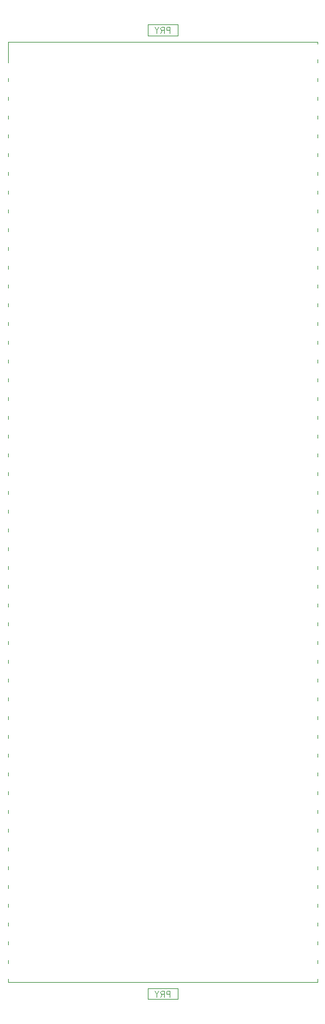
<source format=gbo>
G04 #@! TF.GenerationSoftware,KiCad,Pcbnew,9.0.1+1*
G04 #@! TF.CreationDate,2025-11-12T15:12:25+00:00*
G04 #@! TF.ProjectId,te0725-carrier,74653037-3235-42d6-9361-72726965722e,rev?*
G04 #@! TF.SameCoordinates,Original*
G04 #@! TF.FileFunction,Legend,Bot*
G04 #@! TF.FilePolarity,Positive*
%FSLAX46Y46*%
G04 Gerber Fmt 4.6, Leading zero omitted, Abs format (unit mm)*
G04 Created by KiCad (PCBNEW 9.0.1+1) date 2025-11-12 15:12:25*
%MOMM*%
%LPD*%
G01*
G04 APERTURE LIST*
%ADD10C,0.100000*%
%ADD11C,0.050000*%
%ADD12R,2.540000X2.000000*%
%ADD13R,1.700000X1.700000*%
%ADD14C,1.700000*%
G04 APERTURE END LIST*
D10*
X66452380Y-44606895D02*
X66452380Y-43806895D01*
X66452380Y-43806895D02*
X66147618Y-43806895D01*
X66147618Y-43806895D02*
X66071428Y-43844990D01*
X66071428Y-43844990D02*
X66033333Y-43883085D01*
X66033333Y-43883085D02*
X65995237Y-43959276D01*
X65995237Y-43959276D02*
X65995237Y-44073561D01*
X65995237Y-44073561D02*
X66033333Y-44149752D01*
X66033333Y-44149752D02*
X66071428Y-44187847D01*
X66071428Y-44187847D02*
X66147618Y-44225942D01*
X66147618Y-44225942D02*
X66452380Y-44225942D01*
X65195237Y-44606895D02*
X65461904Y-44225942D01*
X65652380Y-44606895D02*
X65652380Y-43806895D01*
X65652380Y-43806895D02*
X65347618Y-43806895D01*
X65347618Y-43806895D02*
X65271428Y-43844990D01*
X65271428Y-43844990D02*
X65233333Y-43883085D01*
X65233333Y-43883085D02*
X65195237Y-43959276D01*
X65195237Y-43959276D02*
X65195237Y-44073561D01*
X65195237Y-44073561D02*
X65233333Y-44149752D01*
X65233333Y-44149752D02*
X65271428Y-44187847D01*
X65271428Y-44187847D02*
X65347618Y-44225942D01*
X65347618Y-44225942D02*
X65652380Y-44225942D01*
X64699999Y-44225942D02*
X64699999Y-44606895D01*
X64966666Y-43806895D02*
X64699999Y-44225942D01*
X64699999Y-44225942D02*
X64433333Y-43806895D01*
X66452380Y-175086895D02*
X66452380Y-174286895D01*
X66452380Y-174286895D02*
X66147618Y-174286895D01*
X66147618Y-174286895D02*
X66071428Y-174324990D01*
X66071428Y-174324990D02*
X66033333Y-174363085D01*
X66033333Y-174363085D02*
X65995237Y-174439276D01*
X65995237Y-174439276D02*
X65995237Y-174553561D01*
X65995237Y-174553561D02*
X66033333Y-174629752D01*
X66033333Y-174629752D02*
X66071428Y-174667847D01*
X66071428Y-174667847D02*
X66147618Y-174705942D01*
X66147618Y-174705942D02*
X66452380Y-174705942D01*
X65195237Y-175086895D02*
X65461904Y-174705942D01*
X65652380Y-175086895D02*
X65652380Y-174286895D01*
X65652380Y-174286895D02*
X65347618Y-174286895D01*
X65347618Y-174286895D02*
X65271428Y-174324990D01*
X65271428Y-174324990D02*
X65233333Y-174363085D01*
X65233333Y-174363085D02*
X65195237Y-174439276D01*
X65195237Y-174439276D02*
X65195237Y-174553561D01*
X65195237Y-174553561D02*
X65233333Y-174629752D01*
X65233333Y-174629752D02*
X65271428Y-174667847D01*
X65271428Y-174667847D02*
X65347618Y-174705942D01*
X65347618Y-174705942D02*
X65652380Y-174705942D01*
X64699999Y-174705942D02*
X64699999Y-175086895D01*
X64966666Y-174286895D02*
X64699999Y-174705942D01*
X64699999Y-174705942D02*
X64433333Y-174286895D01*
D11*
X44500000Y-173090000D02*
X86500000Y-173090000D01*
X86500000Y-45810000D01*
X44500000Y-45810000D01*
X44500000Y-173090000D01*
D10*
X63515759Y-44959000D02*
X67519516Y-44959000D01*
X67519516Y-43490000D01*
X63515759Y-43490000D01*
X63515759Y-44959000D01*
X63515759Y-173941000D02*
X67519516Y-173941000D01*
X67519516Y-175410000D01*
X63515759Y-175410000D01*
X63515759Y-173941000D01*
%LPC*%
D12*
X44500000Y-44680000D03*
X44500000Y-49760000D03*
X44500000Y-52300000D03*
X44500000Y-54840000D03*
X44500000Y-57380000D03*
X44500000Y-59920000D03*
X44500000Y-62460000D03*
X44500000Y-65000000D03*
X44500000Y-67540000D03*
X44500000Y-70080000D03*
X44500000Y-72620000D03*
X44500000Y-75160000D03*
X44500000Y-77700000D03*
X44500000Y-80240000D03*
X44500000Y-82780000D03*
X44500000Y-85320000D03*
X44500000Y-87860000D03*
X44500000Y-90400000D03*
X44500000Y-92940000D03*
X44500000Y-95480000D03*
X44500000Y-98020000D03*
X44500000Y-100560000D03*
X44500000Y-103100000D03*
X44500000Y-105640000D03*
X44500000Y-108180000D03*
X44500000Y-110720000D03*
X44500000Y-113260000D03*
X44500000Y-115800000D03*
X44500000Y-118340000D03*
X44500000Y-120880000D03*
X44500000Y-123420000D03*
X44500000Y-125960000D03*
X44500000Y-128500000D03*
X44500000Y-131040000D03*
X44500000Y-133580000D03*
X44500000Y-136120000D03*
X44500000Y-138660000D03*
X44500000Y-141200000D03*
X44500000Y-143740000D03*
X44500000Y-146280000D03*
X44500000Y-148820000D03*
X44500000Y-151360000D03*
X44500000Y-153900000D03*
X44500000Y-156440000D03*
X44500000Y-158980000D03*
X44500000Y-161520000D03*
X44500000Y-164060000D03*
X44500000Y-166600000D03*
X44500000Y-169140000D03*
X44500000Y-171680000D03*
X44500000Y-174220000D03*
X86500000Y-44680000D03*
X86500000Y-47220000D03*
X86500000Y-49760000D03*
X86500000Y-52300000D03*
X86500000Y-54840000D03*
X86500000Y-57380000D03*
X86500000Y-59920000D03*
X86500000Y-62460000D03*
X86500000Y-65000000D03*
X86500000Y-67540000D03*
X86500000Y-70080000D03*
X86500000Y-72620000D03*
X86500000Y-75160000D03*
X86500000Y-77700000D03*
X86500000Y-80240000D03*
X86500000Y-82780000D03*
X86500000Y-85320000D03*
X86500000Y-87860000D03*
X86500000Y-90400000D03*
X86500000Y-92940000D03*
X86500000Y-95480000D03*
X86500000Y-98020000D03*
X86500000Y-100560000D03*
X86500000Y-103100000D03*
X86500000Y-105640000D03*
X86500000Y-108180000D03*
X86500000Y-110720000D03*
X86500000Y-113260000D03*
X86500000Y-115800000D03*
X86500000Y-118340000D03*
X86500000Y-120880000D03*
X86500000Y-123420000D03*
X86500000Y-125960000D03*
X86500000Y-128500000D03*
X86500000Y-131040000D03*
X86500000Y-133580000D03*
X86500000Y-136120000D03*
X86500000Y-138660000D03*
X86500000Y-141200000D03*
X86500000Y-143740000D03*
X86500000Y-146280000D03*
X86500000Y-148820000D03*
X86500000Y-151360000D03*
X86500000Y-153900000D03*
X86500000Y-156440000D03*
X86500000Y-158980000D03*
X86500000Y-161520000D03*
X86500000Y-164060000D03*
X86500000Y-166600000D03*
X86500000Y-169140000D03*
X86500000Y-171680000D03*
X86500000Y-174220000D03*
D13*
X50000000Y-50000000D03*
D14*
X52540000Y-50000000D03*
X50000000Y-52540000D03*
X52540000Y-52540000D03*
X50000000Y-55080000D03*
X52540000Y-55080000D03*
X50000000Y-57620000D03*
X52540000Y-57620000D03*
X50000000Y-60160000D03*
X52540000Y-60160000D03*
X50000000Y-62700000D03*
X52540000Y-62700000D03*
X50000000Y-65240000D03*
X52540000Y-65240000D03*
X50000000Y-67780000D03*
X52540000Y-67780000D03*
X50000000Y-70320000D03*
X52540000Y-70320000D03*
X50000000Y-72860000D03*
X52540000Y-72860000D03*
X50000000Y-75400000D03*
X52540000Y-75400000D03*
X50000000Y-77940000D03*
X52540000Y-77940000D03*
X50000000Y-80480000D03*
X52540000Y-80480000D03*
X50000000Y-83020000D03*
X52540000Y-83020000D03*
X50000000Y-85560000D03*
X52540000Y-85560000D03*
X50000000Y-88100000D03*
X52540000Y-88100000D03*
X50000000Y-90640000D03*
X52540000Y-90640000D03*
X50000000Y-93180000D03*
X52540000Y-93180000D03*
X50000000Y-95720000D03*
X52540000Y-95720000D03*
X50000000Y-98260000D03*
X52540000Y-98260000D03*
X50000000Y-100800000D03*
X52540000Y-100800000D03*
X50000000Y-103340000D03*
X52540000Y-103340000D03*
X50000000Y-105880000D03*
X52540000Y-105880000D03*
X50000000Y-108420000D03*
X52540000Y-108420000D03*
X50000000Y-110960000D03*
X52540000Y-110960000D03*
D13*
X77940000Y-57620000D03*
D14*
X80480000Y-57620000D03*
X77940000Y-60160000D03*
X80480000Y-60160000D03*
X77940000Y-62700000D03*
X80480000Y-62700000D03*
X77940000Y-65240000D03*
X80480000Y-65240000D03*
X77940000Y-67780000D03*
X80480000Y-67780000D03*
X77940000Y-70320000D03*
X80480000Y-70320000D03*
X77940000Y-72860000D03*
X80480000Y-72860000D03*
X77940000Y-75400000D03*
X80480000Y-75400000D03*
X77940000Y-77940000D03*
X80480000Y-77940000D03*
X77940000Y-80480000D03*
X80480000Y-80480000D03*
X77940000Y-83020000D03*
X80480000Y-83020000D03*
X77940000Y-85560000D03*
X80480000Y-85560000D03*
X77940000Y-88100000D03*
X80480000Y-88100000D03*
X77940000Y-90640000D03*
X80480000Y-90640000D03*
X77940000Y-93180000D03*
X80480000Y-93180000D03*
X77940000Y-95720000D03*
X80480000Y-95720000D03*
X77940000Y-98260000D03*
X80480000Y-98260000D03*
X77940000Y-100800000D03*
X80480000Y-100800000D03*
X77940000Y-103340000D03*
X80480000Y-103340000D03*
X77940000Y-105880000D03*
X80480000Y-105880000D03*
X77940000Y-108420000D03*
X80480000Y-108420000D03*
X77940000Y-110960000D03*
X80480000Y-110960000D03*
X77940000Y-113500000D03*
X80480000Y-113500000D03*
X77940000Y-116040000D03*
X80480000Y-116040000D03*
X77940000Y-118580000D03*
X80480000Y-118580000D03*
%LPD*%
M02*

</source>
